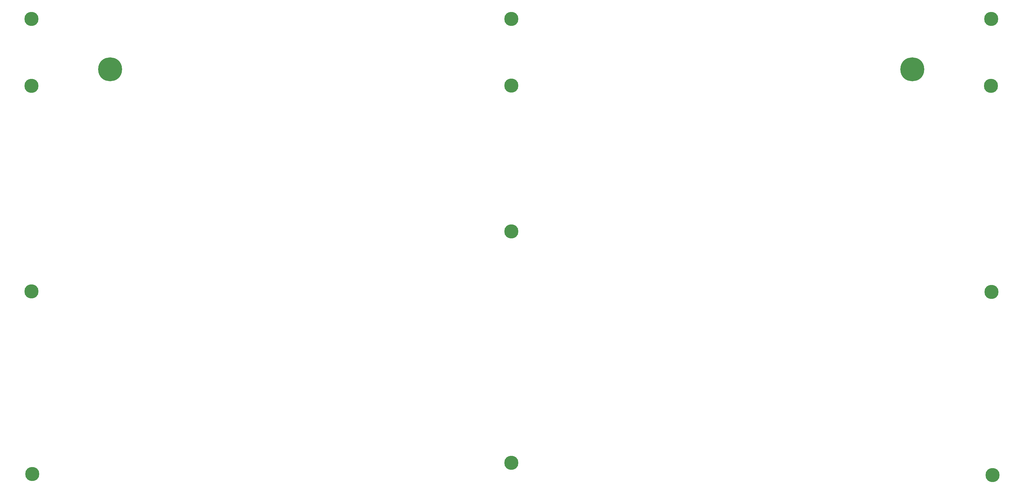
<source format=gbs>
G04 #@! TF.GenerationSoftware,KiCad,Pcbnew,(5.1.7)-1*
G04 #@! TF.CreationDate,2020-12-06T11:00:51-05:00*
G04 #@! TF.ProjectId,neoutline,6e656f75-746c-4696-9e65-2e6b69636164,rev?*
G04 #@! TF.SameCoordinates,Original*
G04 #@! TF.FileFunction,Soldermask,Bot*
G04 #@! TF.FilePolarity,Negative*
%FSLAX46Y46*%
G04 Gerber Fmt 4.6, Leading zero omitted, Abs format (unit mm)*
G04 Created by KiCad (PCBNEW (5.1.7)-1) date 2020-12-06 11:00:51*
%MOMM*%
%LPD*%
G01*
G04 APERTURE LIST*
%ADD10C,7.600000*%
%ADD11C,4.500000*%
G04 APERTURE END LIST*
D10*
G04 #@! TO.C,REF\u002A\u002A*
X267783900Y-43073500D03*
G04 #@! TD*
G04 #@! TO.C,REF\u002A\u002A*
X13008900Y-43098500D03*
G04 #@! TD*
D11*
G04 #@! TO.C,REF\u002A\u002A*
X-11991100Y-27098500D03*
G04 #@! TD*
G04 #@! TO.C,REF\u002A\u002A*
X292758900Y-48298500D03*
G04 #@! TD*
G04 #@! TO.C,REF\u002A\u002A*
X292783900Y-27073500D03*
G04 #@! TD*
G04 #@! TO.C,REF\u002A\u002A*
X-11991100Y-48298500D03*
G04 #@! TD*
G04 #@! TO.C,REF\u002A\u002A*
X140383900Y-168073500D03*
G04 #@! TD*
G04 #@! TO.C,REF\u002A\u002A*
X293208900Y-171973500D03*
G04 #@! TD*
G04 #@! TO.C,REF\u002A\u002A*
X140383900Y-27073500D03*
G04 #@! TD*
G04 #@! TO.C,REF\u002A\u002A*
X-11766100Y-171573500D03*
G04 #@! TD*
G04 #@! TO.C,REF\u002A\u002A*
X292908900Y-113748500D03*
G04 #@! TD*
G04 #@! TO.C,REF\u002A\u002A*
X-11991100Y-113648500D03*
G04 #@! TD*
G04 #@! TO.C,REF\u002A\u002A*
X140383900Y-48273500D03*
G04 #@! TD*
G04 #@! TO.C,REF\u002A\u002A*
X140389914Y-94598500D03*
G04 #@! TD*
M02*

</source>
